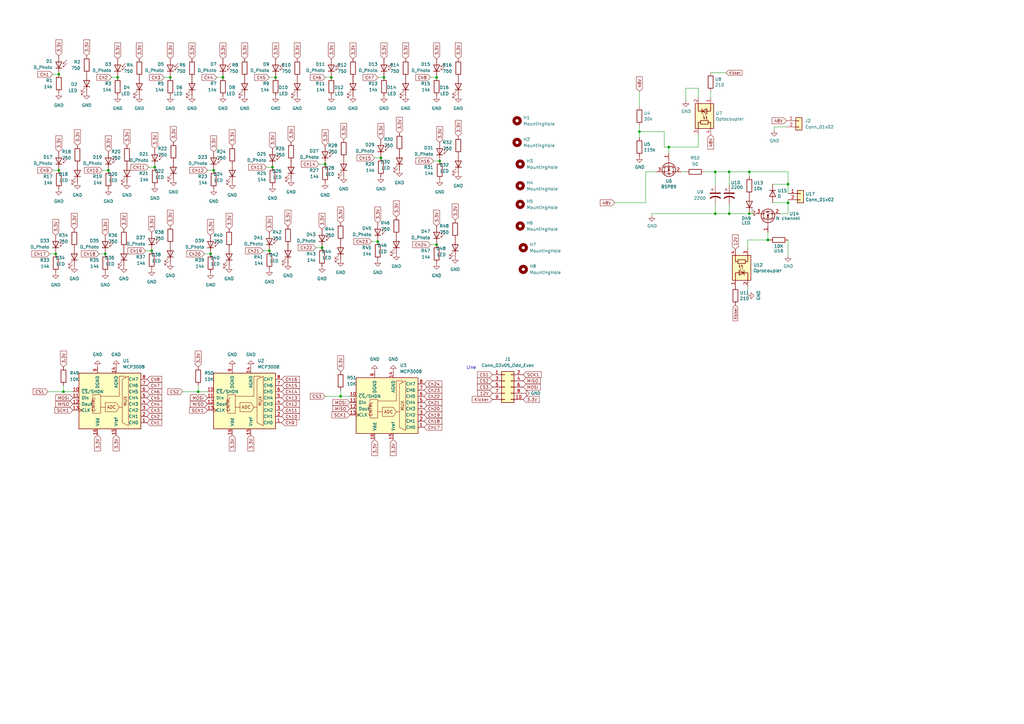
<source format=kicad_sch>
(kicad_sch (version 20231120) (generator "eeschema") (generator_version "8.0")
  (paper "A3")
  (junction (at 69.85 31.75))
  (junction (at 299.085 70.485))
  (junction (at 24.13 30.48))
  (junction (at 48.26 31.75))
  (junction (at 157.48 31.75))
  (junction (at 135.89 31.75))
  (junction (at 293.37 70.485))
  (junction (at 262.255 53.975))
  (junction (at 91.44 31.75))
  (junction (at 87.63 69.85))
  (junction (at 307.34 87.63))
  (junction (at 180.34 66.04))
  (junction (at 43.18 104.14))
  (junction (at 323.215 83.185))
  (junction (at 44.45 69.85))
  (junction (at 62.23 102.87))
  (junction (at 110.49 102.87))
  (junction (at 26.035 160.655))
  (junction (at 63.5 68.58))
  (junction (at 154.94 99.06))
  (junction (at 274.32 60.325))
  (junction (at 156.21 64.77))
  (junction (at 133.35 67.31))
  (junction (at 139.7 162.56))
  (junction (at 179.07 31.75))
  (junction (at 314.96 98.425))
  (junction (at 132.08 101.6))
  (junction (at 307.34 70.485))
  (junction (at 81.28 160.655))
  (junction (at 24.13 69.85))
  (junction (at 22.86 104.14))
  (junction (at 111.76 68.58))
  (junction (at 323.215 75.565))
  (junction (at 113.03 31.75))
  (junction (at 179.07 100.33))
  (junction (at 299.085 87.63))
  (junction (at 86.36 104.14))
  (junction (at 293.37 87.63))
  (wire (pts (xy 262.255 53.975) (xy 272.415 53.975)))
  (wire (pts (xy 133.35 67.31) (xy 130.81 67.31)))
  (wire (pts (xy 286.385 36.195) (xy 281.305 36.195)))
  (wire (pts (xy 87.63 69.85) (xy 85.09 69.85)))
  (wire (pts (xy 267.335 87.63) (xy 267.335 88.265)))
  (wire (pts (xy 323.215 70.485) (xy 323.215 75.565)))
  (wire (pts (xy 299.085 70.485) (xy 307.34 70.485)))
  (wire (pts (xy 86.36 104.14) (xy 83.82 104.14)))
  (wire (pts (xy 264.795 83.185) (xy 264.795 70.485)))
  (wire (pts (xy 69.85 31.75) (xy 67.31 31.75)))
  (wire (pts (xy 132.08 101.6) (xy 129.54 101.6)))
  (wire (pts (xy 272.415 60.325) (xy 274.32 60.325)))
  (wire (pts (xy 279.4 70.485) (xy 281.305 70.485)))
  (wire (pts (xy 299.085 70.485) (xy 293.37 70.485)))
  (wire (pts (xy 179.07 100.33) (xy 176.53 100.33)))
  (wire (pts (xy 323.215 87.63) (xy 320.04 87.63)))
  (wire (pts (xy 314.96 98.425) (xy 306.705 98.425)))
  (wire (pts (xy 135.89 31.75) (xy 133.35 31.75)))
  (wire (pts (xy 274.32 62.865) (xy 274.32 60.325)))
  (wire (pts (xy 133.35 162.56) (xy 139.7 162.56)))
  (wire (pts (xy 48.26 31.75) (xy 45.72 31.75)))
  (wire (pts (xy 286.385 40.005) (xy 286.385 36.195)))
  (wire (pts (xy 139.7 162.56) (xy 143.51 162.56)))
  (wire (pts (xy 113.03 31.75) (xy 110.49 31.75)))
  (wire (pts (xy 274.32 60.325) (xy 286.385 60.325)))
  (wire (pts (xy 139.7 160.02) (xy 139.7 162.56)))
  (wire (pts (xy 316.865 75.565) (xy 323.215 75.565)))
  (wire (pts (xy 22.86 104.14) (xy 20.32 104.14)))
  (wire (pts (xy 314.96 98.425) (xy 314.96 95.25)))
  (wire (pts (xy 157.48 31.75) (xy 154.94 31.75)))
  (wire (pts (xy 323.215 98.425) (xy 323.215 104.775)))
  (wire (pts (xy 317.5 52.07) (xy 317.5 53.34)))
  (wire (pts (xy 44.45 69.85) (xy 41.91 69.85)))
  (wire (pts (xy 288.925 70.485) (xy 293.37 70.485)))
  (wire (pts (xy 299.085 70.485) (xy 299.085 76.2)))
  (wire (pts (xy 262.255 37.465) (xy 262.255 43.815)))
  (wire (pts (xy 306.705 117.475) (xy 306.705 121.285)))
  (wire (pts (xy 24.13 30.48) (xy 21.59 30.48)))
  (wire (pts (xy 316.865 83.185) (xy 323.215 83.185)))
  (wire (pts (xy 322.58 52.07) (xy 317.5 52.07)))
  (wire (pts (xy 307.34 87.63) (xy 299.085 87.63)))
  (wire (pts (xy 24.13 69.85) (xy 21.59 69.85)))
  (wire (pts (xy 180.34 66.04) (xy 177.8 66.04)))
  (wire (pts (xy 74.93 160.655) (xy 81.28 160.655)))
  (wire (pts (xy 91.44 31.75) (xy 88.9 31.75)))
  (wire (pts (xy 281.305 36.195) (xy 281.305 41.275)))
  (wire (pts (xy 262.255 53.975) (xy 262.255 56.515)))
  (wire (pts (xy 307.34 70.485) (xy 323.215 70.485)))
  (wire (pts (xy 267.335 87.63) (xy 293.37 87.63)))
  (wire (pts (xy 262.255 51.435) (xy 262.255 53.975)))
  (wire (pts (xy 81.28 158.115) (xy 81.28 160.655)))
  (wire (pts (xy 26.035 160.655) (xy 29.845 160.655)))
  (wire (pts (xy 323.215 83.185) (xy 323.215 81.915)))
  (wire (pts (xy 272.415 53.975) (xy 272.415 60.325)))
  (wire (pts (xy 314.96 98.425) (xy 315.595 98.425)))
  (wire (pts (xy 19.685 160.655) (xy 26.035 160.655)))
  (wire (pts (xy 309.88 87.63) (xy 307.34 87.63)))
  (wire (pts (xy 323.215 75.565) (xy 323.215 79.375)))
  (wire (pts (xy 264.795 70.485) (xy 269.24 70.485)))
  (wire (pts (xy 110.49 102.87) (xy 107.95 102.87)))
  (wire (pts (xy 306.705 102.235) (xy 306.705 98.425)))
  (wire (pts (xy 286.385 60.325) (xy 286.385 55.245)))
  (wire (pts (xy 293.37 87.63) (xy 299.085 87.63)))
  (wire (pts (xy 252.095 83.185) (xy 264.795 83.185)))
  (wire (pts (xy 291.465 37.465) (xy 291.465 40.005)))
  (wire (pts (xy 293.37 83.82) (xy 293.37 87.63)))
  (wire (pts (xy 62.23 102.87) (xy 59.69 102.87)))
  (wire (pts (xy 323.215 87.63) (xy 323.215 83.185)))
  (wire (pts (xy 297.815 29.845) (xy 291.465 29.845)))
  (wire (pts (xy 156.21 64.77) (xy 153.67 64.77)))
  (wire (pts (xy 179.07 31.75) (xy 176.53 31.75)))
  (wire (pts (xy 81.28 160.655) (xy 85.09 160.655)))
  (wire (pts (xy 43.18 104.14) (xy 40.64 104.14)))
  (wire (pts (xy 111.76 68.58) (xy 109.22 68.58)))
  (wire (pts (xy 293.37 70.485) (xy 293.37 76.2)))
  (wire (pts (xy 63.5 68.58) (xy 60.96 68.58)))
  (wire (pts (xy 307.34 70.485) (xy 307.34 72.39)))
  (wire (pts (xy 299.085 87.63) (xy 299.085 83.82)))
  (wire (pts (xy 26.035 158.115) (xy 26.035 160.655)))
  (wire (pts (xy 154.94 99.06) (xy 152.4 99.06)))
  (text "Line" (at 191.262 151.638 0) (effects (font (size 1.27 1.27)) (justify left bottom)))
  (global_label "Ch20" (shape input) (at 173.99 167.64 0) (property "Intersheetrefs" "${INTERSHEET_REFS}" (effects (hide yes))))
  (global_label "CS1" (shape input) (at 19.685 160.655 180) (property "Intersheetrefs" "${INTERSHEET_REFS}" (effects (hide yes))))
  (global_label "3.3V" (shape input) (at 161.29 180.34 270) (property "Intersheetrefs" "${INTERSHEET_REFS}" (effects (hide yes))))
  (global_label "Ch15" (shape input) (at 153.67 64.77 180) (property "Intersheetrefs" "${INTERSHEET_REFS}" (effects (hide yes))))
  (global_label "Ch20" (shape input) (at 83.82 104.14 180) (property "Intersheetrefs" "${INTERSHEET_REFS}" (effects (hide yes))))
  (global_label "Ch13" (shape input) (at 115.57 163.195 0) (property "Intersheetrefs" "${INTERSHEET_REFS}" (effects (hide yes))))
  (global_label "Ch3" (shape input) (at 60.325 168.275 0) (property "Intersheetrefs" "${INTERSHEET_REFS}" (effects (hide yes))))
  (global_label "Ch24" (shape input) (at 173.99 157.48 0) (property "Intersheetrefs" "${INTERSHEET_REFS}" (effects (hide yes))))
  (global_label "3.3V" (shape input) (at 86.36 96.52 90) (property "Intersheetrefs" "${INTERSHEET_REFS}" (effects (hide yes))))
  (global_label "Ch18" (shape input) (at 173.99 172.72 0) (property "Intersheetrefs" "${INTERSHEET_REFS}" (effects (hide yes))))
  (global_label "Ch21" (shape input) (at 107.95 102.87 180) (property "Intersheetrefs" "${INTERSHEET_REFS}" (effects (hide yes))))
  (global_label "3.3V" (shape input) (at 22.86 96.52 90) (property "Intersheetrefs" "${INTERSHEET_REFS}" (effects (hide yes))))
  (global_label "Ch15" (shape input) (at 115.57 158.115 0) (property "Intersheetrefs" "${INTERSHEET_REFS}" (effects (hide yes))))
  (global_label "Ch10" (shape input) (at 115.57 170.815 0) (property "Intersheetrefs" "${INTERSHEET_REFS}" (effects (hide yes))))
  (global_label "3.3V" (shape input) (at 153.67 180.34 270) (property "Intersheetrefs" "${INTERSHEET_REFS}" (effects (hide yes))))
  (global_label "Ch4" (shape input) (at 60.325 165.735 0) (property "Intersheetrefs" "${INTERSHEET_REFS}" (effects (hide yes))))
  (global_label "3.3V" (shape input) (at 24.13 22.86 90) (property "Intersheetrefs" "${INTERSHEET_REFS}" (effects (hide yes))))
  (global_label "3.3V" (shape input) (at 24.13 62.23 90) (property "Intersheetrefs" "${INTERSHEET_REFS}" (effects (hide yes))))
  (global_label "3.3V" (shape input) (at 95.25 178.435 270) (property "Intersheetrefs" "${INTERSHEET_REFS}" (effects (hide yes))))
  (global_label "Kicker" (shape input) (at 297.815 29.845 0) (effects (font (size 1 1))) (property "Intersheetrefs" "${INTERSHEET_REFS}" (effects (hide yes))))
  (global_label "SCK1" (shape input) (at 85.09 168.275 180) (property "Intersheetrefs" "${INTERSHEET_REFS}" (effects (hide yes))))
  (global_label "3.3V" (shape input) (at 102.87 178.435 270) (property "Intersheetrefs" "${INTERSHEET_REFS}" (effects (hide yes))))
  (global_label "3.3V" (shape input) (at 35.56 22.86 90) (property "Intersheetrefs" "${INTERSHEET_REFS}" (effects (hide yes))))
  (global_label "3.3V" (shape input) (at 91.44 24.13 90) (property "Intersheetrefs" "${INTERSHEET_REFS}" (effects (hide yes))))
  (global_label "MISO" (shape input) (at 29.845 165.735 180) (property "Intersheetrefs" "${INTERSHEET_REFS}" (effects (hide yes))))
  (global_label "Ch11" (shape input) (at 115.57 168.275 0) (property "Intersheetrefs" "${INTERSHEET_REFS}" (effects (hide yes))))
  (global_label "3.3V" (shape input) (at 31.75 59.69 90) (property "Intersheetrefs" "${INTERSHEET_REFS}" (effects (hide yes))))
  (global_label "3.3V" (shape input) (at 52.07 59.69 90) (property "Intersheetrefs" "${INTERSHEET_REFS}" (effects (hide yes))))
  (global_label "3.3V" (shape input) (at 50.8 93.98 90) (property "Intersheetrefs" "${INTERSHEET_REFS}" (effects (hide yes))))
  (global_label "MOSI" (shape input) (at 143.51 165.1 180) (property "Intersheetrefs" "${INTERSHEET_REFS}" (effects (hide yes))))
  (global_label "48V" (shape input) (at 262.255 37.465 90) (property "Intersheetrefs" "${INTERSHEET_REFS}" (effects (hide yes))))
  (global_label "48V" (shape input) (at 252.095 83.185 180) (property "Intersheetrefs" "${INTERSHEET_REFS}" (effects (hide yes))))
  (global_label "3.3V" (shape input) (at 100.33 24.13 90) (property "Intersheetrefs" "${INTERSHEET_REFS}" (effects (hide yes))))
  (global_label "CS1" (shape input) (at 201.93 153.67 180) (property "Intersheetrefs" "${INTERSHEET_REFS}" (effects (hide yes))))
  (global_label "3.3V" (shape input) (at 30.48 93.98 90) (property "Intersheetrefs" "${INTERSHEET_REFS}" (effects (hide yes))))
  (global_label "3.3V" (shape input) (at 110.49 95.25 90) (property "Intersheetrefs" "${INTERSHEET_REFS}" (effects (hide yes))))
  (global_label "3.3V" (shape input) (at 111.76 60.96 90) (property "Intersheetrefs" "${INTERSHEET_REFS}" (effects (hide yes))))
  (global_label "3.3V" (shape input) (at 113.03 24.13 90) (property "Intersheetrefs" "${INTERSHEET_REFS}" (effects (hide yes))))
  (global_label "3.3V" (shape input) (at 162.56 88.9 90) (property "Intersheetrefs" "${INTERSHEET_REFS}" (effects (hide yes))))
  (global_label "Ch8" (shape input) (at 60.325 155.575 0) (property "Intersheetrefs" "${INTERSHEET_REFS}" (effects (hide yes))))
  (global_label "CS3" (shape input) (at 133.35 162.56 180) (property "Intersheetrefs" "${INTERSHEET_REFS}" (effects (hide yes))))
  (global_label "Ch7" (shape input) (at 154.94 31.75 180) (property "Intersheetrefs" "${INTERSHEET_REFS}" (effects (hide yes))))
  (global_label "Ch9" (shape input) (at 115.57 173.355 0) (property "Intersheetrefs" "${INTERSHEET_REFS}" (effects (hide yes))))
  (global_label "3.3V" (shape input) (at 132.08 93.98 90) (property "Intersheetrefs" "${INTERSHEET_REFS}" (effects (hide yes))))
  (global_label "Ch22" (shape input) (at 129.54 101.6 180) (property "Intersheetrefs" "${INTERSHEET_REFS}" (effects (hide yes))))
  (global_label "3.3V" (shape input) (at 166.37 24.13 90) (property "Intersheetrefs" "${INTERSHEET_REFS}" (effects (hide yes))))
  (global_label "3.3V" (shape input) (at 139.7 91.44 90) (property "Intersheetrefs" "${INTERSHEET_REFS}" (effects (hide yes))))
  (global_label "3.3V" (shape input) (at 87.63 62.23 90) (property "Intersheetrefs" "${INTERSHEET_REFS}" (effects (hide yes))))
  (global_label "3.3V" (shape input) (at 140.97 57.15 90) (property "Intersheetrefs" "${INTERSHEET_REFS}" (effects (hide yes))))
  (global_label "Ch2" (shape input) (at 60.325 170.815 0) (property "Intersheetrefs" "${INTERSHEET_REFS}" (effects (hide yes))))
  (global_label "3.3V" (shape input) (at 95.25 59.69 90) (property "Intersheetrefs" "${INTERSHEET_REFS}" (effects (hide yes))))
  (global_label "Ch13" (shape input) (at 109.22 68.58 180) (property "Intersheetrefs" "${INTERSHEET_REFS}" (effects (hide yes))))
  (global_label "3.3V" (shape input) (at 40.005 178.435 270) (property "Intersheetrefs" "${INTERSHEET_REFS}" (effects (hide yes))))
  (global_label "3.3V" (shape input) (at 156.21 57.15 90) (property "Intersheetrefs" "${INTERSHEET_REFS}" (effects (hide yes))))
  (global_label "3.3V" (shape input) (at 81.28 150.495 90) (property "Intersheetrefs" "${INTERSHEET_REFS}" (effects (hide yes))))
  (global_label "Ch9" (shape input) (at 21.59 69.85 180) (property "Intersheetrefs" "${INTERSHEET_REFS}" (effects (hide yes))))
  (global_label "Ch18" (shape input) (at 40.64 104.14 180) (property "Intersheetrefs" "${INTERSHEET_REFS}" (effects (hide yes))))
  (global_label "MISO" (shape input) (at 214.63 156.21 0) (property "Intersheetrefs" "${INTERSHEET_REFS}" (effects (hide yes))))
  (global_label "3.3V" (shape input) (at 144.78 24.13 90) (property "Intersheetrefs" "${INTERSHEET_REFS}" (effects (hide yes))))
  (global_label "CS2" (shape input) (at 74.93 160.655 180) (property "Intersheetrefs" "${INTERSHEET_REFS}" (effects (hide yes))))
  (global_label "Ch19" (shape input) (at 173.99 170.18 0) (property "Intersheetrefs" "${INTERSHEET_REFS}" (effects (hide yes))))
  (global_label "SCK1" (shape input) (at 214.63 153.67 0) (property "Intersheetrefs" "${INTERSHEET_REFS}" (effects (hide yes))))
  (global_label "3.3V" (shape input) (at 139.7 152.4 90) (property "Intersheetrefs" "${INTERSHEET_REFS}" (effects (hide yes))))
  (global_label "12V" (shape input) (at 201.93 161.29 180) (property "Intersheetrefs" "${INTERSHEET_REFS}" (effects (hide yes))))
  (global_label "3.3V" (shape input) (at 119.38 58.42 90) (property "Intersheetrefs" "${INTERSHEET_REFS}" (effects (hide yes))))
  (global_label "Kicker" (shape input) (at 301.625 125.095 270) (effects (font (size 1 1))) (property "Intersheetrefs" "${INTERSHEET_REFS}" (effects (hide yes))))
  (global_label "CS2" (shape input) (at 201.93 156.21 180) (property "Intersheetrefs" "${INTERSHEET_REFS}" (effects (hide yes))))
  (global_label "3.3V" (shape input) (at 135.89 24.13 90) (property "Intersheetrefs" "${INTERSHEET_REFS}" (effects (hide yes))))
  (global_label "3.3V" (shape input) (at 214.63 163.83 0) (property "Intersheetrefs" "${INTERSHEET_REFS}" (effects (hide yes))))
  (global_label "Ch23" (shape input) (at 152.4 99.06 180) (property "Intersheetrefs" "${INTERSHEET_REFS}" (effects (hide yes))))
  (global_label "Ch11" (shape input) (at 60.96 68.58 180) (property "Intersheetrefs" "${INTERSHEET_REFS}" (effects (hide yes))))
  (global_label "Ch7" (shape input) (at 60.325 158.115 0) (property "Intersheetrefs" "${INTERSHEET_REFS}" (effects (hide yes))))
  (global_label "Ch3" (shape input) (at 67.31 31.75 180) (property "Intersheetrefs" "${INTERSHEET_REFS}" (effects (hide yes))))
  (global_label "12V" (shape input) (at 301.625 102.235 90) (property "Intersheetrefs" "${INTERSHEET_REFS}" (effects (hide yes))))
  (global_label "Ch12" (shape input) (at 85.09 69.85 180) (property "Intersheetrefs" "${INTERSHEET_REFS}" (effects (hide yes))))
  (global_label "Ch6" (shape input) (at 133.35 31.75 180) (property "Intersheetrefs" "${INTERSHEET_REFS}" (effects (hide yes))))
  (global_label "Ch23" (shape input) (at 173.99 160.02 0) (property "Intersheetrefs" "${INTERSHEET_REFS}" (effects (hide yes))))
  (global_label "3.3V" (shape input) (at 57.15 24.13 90) (property "Intersheetrefs" "${INTERSHEET_REFS}" (effects (hide yes))))
  (global_label "3.3V" (shape input) (at 78.74 24.13 90) (property "Intersheetrefs" "${INTERSHEET_REFS}" (effects (hide yes))))
  (global_label "MISO" (shape input) (at 143.51 167.64 180) (property "Intersheetrefs" "${INTERSHEET_REFS}" (effects (hide yes))))
  (global_label "3.3V" (shape input) (at 133.35 59.69 90) (property "Intersheetrefs" "${INTERSHEET_REFS}" (effects (hide yes))))
  (global_label "3.3V" (shape input) (at 43.18 96.52 90) (property "Intersheetrefs" "${INTERSHEET_REFS}" (effects (hide yes))))
  (global_label "Ch5" (shape input) (at 60.325 163.195 0) (property "Intersheetrefs" "${INTERSHEET_REFS}" (effects (hide yes))))
  (global_label "Ch16" (shape input) (at 115.57 155.575 0) (property "Intersheetrefs" "${INTERSHEET_REFS}" (effects (hide yes))))
  (global_label "3.3V" (shape input) (at 93.98 93.98 90) (property "Intersheetrefs" "${INTERSHEET_REFS}" (effects (hide yes))))
  (global_label "Ch19" (shape input) (at 59.69 102.87 180) (property "Intersheetrefs" "${INTERSHEET_REFS}" (effects (hide yes))))
  (global_label "Ch21" (shape input) (at 173.99 165.1 0) (property "Intersheetrefs" "${INTERSHEET_REFS}" (effects (hide yes))))
  (global_label "3.3V" (shape input) (at 154.94 91.44 90) (property "Intersheetrefs" "${INTERSHEET_REFS}" (effects (hide yes))))
  (global_label "Ch5" (shape input) (at 110.49 31.75 180) (property "Intersheetrefs" "${INTERSHEET_REFS}" (effects (hide yes))))
  (global_label "3.3V" (shape input) (at 179.07 92.71 90) (property "Intersheetrefs" "${INTERSHEET_REFS}" (effects (hide yes))))
  (global_label "3.3V" (shape input) (at 26.035 150.495 90) (property "Intersheetrefs" "${INTERSHEET_REFS}" (effects (hide yes))))
  (global_label "MOSI" (shape input) (at 85.09 163.195 180) (property "Intersheetrefs" "${INTERSHEET_REFS}" (effects (hide yes))))
  (global_label "3.3V" (shape input) (at 121.92 24.13 90) (property "Intersheetrefs" "${INTERSHEET_REFS}" (effects (hide yes))))
  (global_label "MISO" (shape input) (at 85.09 165.735 180) (property "Intersheetrefs" "${INTERSHEET_REFS}" (effects (hide yes))))
  (global_label "Ch8" (shape input) (at 176.53 31.75 180) (property "Intersheetrefs" "${INTERSHEET_REFS}" (effects (hide yes))))
  (global_label "Ch2" (shape input) (at 45.72 31.75 180) (property "Intersheetrefs" "${INTERSHEET_REFS}" (effects (hide yes))))
  (global_label "Ch1" (shape input) (at 21.59 30.48 180) (property "Intersheetrefs" "${INTERSHEET_REFS}" (effects (hide yes))))
  (global_label "Ch14" (shape input) (at 130.81 67.31 180) (property "Intersheetrefs" "${INTERSHEET_REFS}" (effects (hide yes))))
  (global_label "3.3V" (shape input) (at 62.23 95.25 90) (property "Intersheetrefs" "${INTERSHEET_REFS}" (effects (hide yes))))
  (global_label "3.3V" (shape input) (at 118.11 92.71 90) (property "Intersheetrefs" "${INTERSHEET_REFS}" (effects (hide yes))))
  (global_label "MOSI" (shape input) (at 214.63 158.75 0) (property "Intersheetrefs" "${INTERSHEET_REFS}" (effects (hide yes))))
  (global_label "3.3V" (shape input) (at 71.12 58.42 90) (property "Intersheetrefs" "${INTERSHEET_REFS}" (effects (hide yes))))
  (global_label "Ch1" (shape input) (at 60.325 173.355 0) (property "Intersheetrefs" "${INTERSHEET_REFS}" (effects (hide yes))))
  (global_label "SCK1" (shape input) (at 29.845 168.275 180) (property "Intersheetrefs" "${INTERSHEET_REFS}" (effects (hide yes))))
  (global_label "Ch17" (shape input) (at 20.32 104.14 180) (property "Intersheetrefs" "${INTERSHEET_REFS}" (effects (hide yes))))
  (global_label "Ch22" (shape input) (at 173.99 162.56 0) (property "Intersheetrefs" "${INTERSHEET_REFS}" (effects (hide yes))))
  (global_label "48V" (shape input) (at 291.465 55.245 270) (property "Intersheetrefs" "${INTERSHEET_REFS}" (effects (hide yes))))
  (global_label "3.3V" (shape input) (at 186.69 90.17 90) (property "Intersheetrefs" "${INTERSHEET_REFS}" (effects (hide yes))))
  (global_label "3.3V" (shape input) (at 180.34 58.42 90) (property "Intersheetrefs" "${INTERSHEET_REFS}" (effects (hide yes))))
  (global_label "3.3V" (shape input) (at 157.48 24.13 90) (property "Intersheetrefs" "${INTERSHEET_REFS}" (effects (hide yes))))
  (global_label "Ch4" (shape input) (at 88.9 31.75 180) (property "Intersheetrefs" "${INTERSHEET_REFS}" (effects (hide yes))))
  (global_label "Ch14" (shape input) (at 115.57 160.655 0) (property "Intersheetrefs" "${INTERSHEET_REFS}" (effects (hide yes))))
  (global_label "3.3V" (shape input) (at 69.85 92.71 90) (property "Intersheetrefs" "${INTERSHEET_REFS}" (effects (hide yes))))
  (global_label "3.3V" (shape input) (at 69.85 24.13 90) (property "Intersheetrefs" "${INTERSHEET_REFS}" (effects (hide yes))))
  (global_label "3.3V" (shape input) (at 163.83 54.61 90) (property "Intersheetrefs" "${INTERSHEET_REFS}" (effects (hide yes))))
  (global_label "3.3V" (shape input) (at 63.5 60.96 90) (property "Intersheetrefs" "${INTERSHEET_REFS}" (effects (hide yes))))
  (global_label "3.3V" (shape input) (at 179.07 24.13 90) (property "Intersheetrefs" "${INTERSHEET_REFS}" (effects (hide yes))))
  (global_label "3.3V" (shape input) (at 44.45 62.23 90) (property "Intersheetrefs" "${INTERSHEET_REFS}" (effects (hide yes))))
  (global_label "Ch10" (shape input) (at 41.91 69.85 180) (property "Intersheetrefs" "${INTERSHEET_REFS}" (effects (hide yes))))
  (global_label "SCK1" (shape input) (at 143.51 170.18 180) (property "Intersheetrefs" "${INTERSHEET_REFS}" (effects (hide yes))))
  (global_label "Kicker" (shape input) (at 201.93 163.83 180) (property "Intersheetrefs" "${INTERSHEET_REFS}" (effects (hide yes))))
  (global_label "Ch6" (shape input) (at 60.325 160.655 0) (property "Intersheetrefs" "${INTERSHEET_REFS}" (effects (hide yes))))
  (global_label "MOSI" (shape input) (at 29.845 163.195 180) (property "Intersheetrefs" "${INTERSHEET_REFS}" (effects (hide yes))))
  (global_label "Ch16" (shape input) (at 177.8 66.04 180) (property "Intersheetrefs" "${INTERSHEET_REFS}" (effects (hide yes))))
  (global_label "3.3V" (shape input) (at 47.625 178.435 270) (property "Intersheetrefs" "${INTERSHEET_REFS}" (effects (hide yes))))
  (global_label "3.3V" (shape input) (at 48.26 24.13 90) (property "Intersheetrefs" "${INTERSHEET_REFS}" (effects (hide yes))))
  (global_label "Ch17" (shape input) (at 173.99 175.26 0) (property "Intersheetrefs" "${INTERSHEET_REFS}" (effects (hide yes))))
  (global_label "Ch12" (shape input) (at 115.57 165.735 0) (property "Intersheetrefs" "${INTERSHEET_REFS}" (effects (hide yes))))
  (global_label "3.3V" (shape input) (at 187.96 24.13 90) (property "Intersheetrefs" "${INTERSHEET_REFS}" (effects (hide yes))))
  (global_label "CS3" (shape input) (at 201.93 158.75 180) (property "Intersheetrefs" "${INTERSHEET_REFS}" (effects (hide yes))))
  (global_label "3.3V" (shape input) (at 187.96 55.88 90) (property "Intersheetrefs" "${INTERSHEET_REFS}" (effects (hide yes))))
  (global_label "Ch24" (shape input) (at 176.53 100.33 180) (property "Intersheetrefs" "${INTERSHEET_REFS}" (effects (hide yes))))
  (global_label "48V" (shape input) (at 322.58 49.53 180) (property "Intersheetrefs" "${INTERSHEET_REFS}" (effects (hide yes))))
  (symbol (lib_id "Mechanical:MountingHole") (at 212.09 49.53 0) (unit 1) (exclude_from_sim yes) (in_bom no)
    (property "Reference" "H1" (at 214.63 48.2599 0) (effects (justify left)))
    (property "Value" "MountingHole" (at 214.63 50.7999 0) (effects (justify left)))
    (property "Footprint" "MountingHole:MountingHole_3.2mm_M3_DIN965_Pad" (effects (hide yes)))
    (property "Description" "Mounting Hole without connection" (effects (hide yes)))
  )
  (symbol (lib_id "power:GND") (at 139.7 106.68 0) (mirror y) (unit 1)
    (property "Reference" "#PWR044" (effects (hide yes)))
    (property "Value" "GND" (at 139.7 111.76 0))
  )
  (symbol (lib_id "Device:D_Photo") (at 44.45 64.77 270) (mirror x) (unit 1)
    (property "Reference" "D19" (at 41.91 64.4524 90) (effects (justify right)))
    (property "Value" "D_Photo" (at 41.91 66.9924 90) (effects (justify right)))
    (property "Footprint" "Diode_SMD:D_0805_2012Metric_Pad1.15x1.40mm_HandSolder" (effects (hide yes)))
  )
  (symbol (lib_id "Device:R") (at 307.34 76.2 180) (unit 1)
    (property "Reference" "U13" (at 309.118 75.0316 0) (effects (justify right)))
    (property "Value" "10k" (at 309.118 77.343 0) (effects (justify right)))
    (property "Footprint" "Resistor_SMD:R_0805_2012Metric_Pad1.20x1.40mm_HandSolder" (effects (hide yes)))
  )
  (symbol (lib_id "Device:R") (at 93.98 97.79 0) (mirror y) (unit 1)
    (property "Reference" "R40" (at 91.44 96.5199 0) (effects (justify left)))
    (property "Value" "750" (at 91.44 99.0599 0) (effects (justify left)))
    (property "Footprint" "Resistor_SMD:R_0805_2012Metric_Pad1.20x1.40mm_HandSolder" (effects (hide yes)))
  )
  (symbol (lib_id "power:GND") (at 48.26 39.37 0) (mirror y) (unit 1)
    (property "Reference" "#PWR03" (effects (hide yes)))
    (property "Value" "GND" (at 48.26 44.45 0))
  )
  (symbol (lib_id "power:GND") (at 24.13 38.1 0) (mirror y) (unit 1)
    (property "Reference" "#PWR01" (effects (hide yes)))
    (property "Value" "GND" (at 24.13 43.18 0))
  )
  (symbol (lib_id "Device:LED") (at 140.97 68.58 270) (mirror x) (unit 1)
    (property "Reference" "D28" (at 137.16 68.8974 90) (effects (justify right)))
    (property "Value" "LED" (at 137.16 71.4374 90) (effects (justify right)))
    (property "Footprint" "LED_SMD:LED_0805_2012Metric_Pad1.15x1.40mm_HandSolder" (effects (hide yes)))
  )
  (symbol (lib_id "Device:LED") (at 118.11 104.14 270) (mirror x) (unit 1)
    (property "Reference" "D42" (at 114.3 104.4574 90) (effects (justify right)))
    (property "Value" "LED" (at 114.3 106.9974 90) (effects (justify right)))
    (property "Footprint" "LED_SMD:LED_0805_2012Metric_Pad1.15x1.40mm_HandSolder" (effects (hide yes)))
  )
  (symbol (lib_id "power:GND") (at 30.48 109.22 0) (mirror y) (unit 1)
    (property "Reference" "#PWR034" (effects (hide yes)))
    (property "Value" "GND" (at 30.48 114.3 0))
  )
  (symbol (lib_id "Device:R") (at 133.35 71.12 0) (mirror y) (unit 1)
    (property "Reference" "R27" (at 130.81 69.8499 0) (effects (justify left)))
    (property "Value" "14k" (at 130.81 72.3899 0) (effects (justify left)))
    (property "Footprint" "Resistor_SMD:R_0805_2012Metric_Pad1.20x1.40mm_HandSolder" (effects (hide yes)))
  )
  (symbol (lib_id "Device:R") (at 154.94 102.87 0) (mirror y) (unit 1)
    (property "Reference" "R45" (at 152.4 101.5999 0) (effects (justify left)))
    (property "Value" "14k" (at 152.4 104.1399 0) (effects (justify left)))
    (property "Footprint" "Resistor_SMD:R_0805_2012Metric_Pad1.20x1.40mm_HandSolder" (effects (hide yes)))
  )
  (symbol (lib_id "Device:D_Photo") (at 86.36 99.06 270) (mirror x) (unit 1)
    (property "Reference" "D39" (at 83.82 98.7424 90) (effects (justify right)))
    (property "Value" "D_Photo" (at 83.82 101.2824 90) (effects (justify right)))
    (property "Footprint" "Diode_SMD:D_0805_2012Metric_Pad1.15x1.40mm_HandSolder" (effects (hide yes)))
  )
  (symbol (lib_id "Device:R") (at 113.03 35.56 0) (mirror y) (unit 1)
    (property "Reference" "R9" (at 110.49 34.2899 0) (effects (justify left)))
    (property "Value" "14k" (at 110.49 36.8299 0) (effects (justify left)))
    (property "Footprint" "Resistor_SMD:R_0805_2012Metric_Pad1.20x1.40mm_HandSolder" (effects (hide yes)))
  )
  (symbol (lib_id "Device:R") (at 162.56 92.71 0) (mirror y) (unit 1)
    (property "Reference" "R46" (at 160.02 91.4399 0) (effects (justify left)))
    (property "Value" "750" (at 160.02 93.9799 0) (effects (justify left)))
    (property "Footprint" "Resistor_SMD:R_0805_2012Metric_Pad1.20x1.40mm_HandSolder" (effects (hide yes)))
  )
  (symbol (lib_id "Device:LED") (at 50.8 105.41 270) (mirror x) (unit 1)
    (property "Reference" "D36" (at 46.99 105.7274 90) (effects (justify right)))
    (property "Value" "LED" (at 46.99 108.2674 90) (effects (justify right)))
    (property "Footprint" "LED_SMD:LED_0805_2012Metric_Pad1.15x1.40mm_HandSolder" (effects (hide yes)))
  )
  (symbol (lib_id "Mechanical:MountingHole") (at 213.36 67.31 0) (unit 1) (exclude_from_sim yes) (in_bom no)
    (property "Reference" "H3" (at 215.9 66.0399 0) (effects (justify left)))
    (property "Value" "MountingHole" (at 215.9 68.5799 0) (effects (justify left)))
    (property "Footprint" "MountingHole:MountingHole_3.2mm_M3_DIN965_Pad" (effects (hide yes)))
    (property "Description" "Mounting Hole without connection" (effects (hide yes)))
  )
  (symbol (lib_id "Device:D_Photo") (at 133.35 62.23 270) (mirror x) (unit 1)
    (property "Reference" "D27" (at 130.81 61.9124 90) (effects (justify right)))
    (property "Value" "D_Photo" (at 130.81 64.4524 90) (effects (justify right)))
    (property "Footprint" "Diode_SMD:D_0805_2012Metric_Pad1.15x1.40mm_HandSolder" (effects (hide yes)))
  )
  (symbol (lib_id "Device:LED") (at 162.56 100.33 270) (mirror x) (unit 1)
    (property "Reference" "D46" (at 158.75 100.6474 90) (effects (justify right)))
    (property "Value" "LED" (at 158.75 103.1874 90) (effects (justify right)))
    (property "Footprint" "LED_SMD:LED_0805_2012Metric_Pad1.15x1.40mm_HandSolder" (effects (hide yes)))
  )
  (symbol (lib_id "power:GND") (at 157.48 39.37 0) (mirror y) (unit 1)
    (property "Reference" "#PWR013" (effects (hide yes)))
    (property "Value" "GND" (at 157.48 44.45 0))
  )
  (symbol (lib_id "Device:D_Photo") (at 110.49 97.79 270) (mirror x) (unit 1)
    (property "Reference" "D41" (at 107.95 97.4724 90) (effects (justify right)))
    (property "Value" "D_Photo" (at 107.95 100.0124 90) (effects (justify right)))
    (property "Footprint" "Diode_SMD:D_0805_2012Metric_Pad1.15x1.40mm_HandSolder" (effects (hide yes)))
  )
  (symbol (lib_id "Device:R") (at 86.36 107.95 0) (mirror y) (unit 1)
    (property "Reference" "R39" (at 83.82 106.6799 0) (effects (justify left)))
    (property "Value" "14k" (at 83.82 109.2199 0) (effects (justify left)))
    (property "Footprint" "Resistor_SMD:R_0805_2012Metric_Pad1.20x1.40mm_HandSolder" (effects (hide yes)))
  )
  (symbol (lib_id "power:GND") (at 156.21 72.39 0) (mirror y) (unit 1)
    (property "Reference" "#PWR029" (effects (hide yes)))
    (property "Value" "GND" (at 156.21 77.47 0))
  )
  (symbol (lib_id "power:GND") (at 180.34 73.66 0) (mirror y) (unit 1)
    (property "Reference" "#PWR031" (effects (hide yes)))
    (property "Value" "GND" (at 180.34 78.74 0))
  )
  (symbol (lib_id "power:GND") (at 95.25 74.93 0) (mirror y) (unit 1)
    (property "Reference" "#PWR024" (effects (hide yes)))
    (property "Value" "GND" (at 95.25 80.01 0))
  )
  (symbol (lib_id "Device:R") (at 78.74 27.94 0) (mirror y) (unit 1)
    (property "Reference" "R6" (at 76.2 26.6699 0) (effects (justify left)))
    (property "Value" "750" (at 76.2 29.2099 0) (effects (justify left)))
    (property "Footprint" "Resistor_SMD:R_0805_2012Metric_Pad1.20x1.40mm_HandSolder" (effects (hide yes)))
  )
  (symbol (lib_id "Device:D_Photo") (at 180.34 60.96 270) (mirror x) (unit 1)
    (property "Reference" "D31" (at 177.8 60.6424 90) (effects (justify right)))
    (property "Value" "D_Photo" (at 177.8 63.1824 90) (effects (justify right)))
    (property "Footprint" "Diode_SMD:D_0805_2012Metric_Pad1.15x1.40mm_HandSolder" (effects (hide yes)))
  )
  (symbol (lib_id "power:GND") (at 100.33 39.37 0) (mirror y) (unit 1)
    (property "Reference" "#PWR08" (effects (hide yes)))
    (property "Value" "GND" (at 100.33 44.45 0))
  )
  (symbol (lib_id "Device:R") (at 26.035 154.305 0) (unit 1)
    (property "Reference" "R49" (at 28.575 153.0349 0) (effects (justify left)))
    (property "Value" "10K" (at 28.575 155.5749 0) (effects (justify left)))
    (property "Footprint" "Resistor_SMD:R_0805_2012Metric_Pad1.20x1.40mm_HandSolder" (effects (hide yes)))
  )
  (symbol (lib_id "Device:R") (at 262.255 47.625 180) (unit 1)
    (property "Reference" "U4" (at 264.033 46.4566 0) (effects (justify right)))
    (property "Value" "30k" (at 264.033 48.768 0) (effects (justify right)))
    (property "Footprint" "Resistor_SMD:R_0805_2012Metric_Pad1.20x1.40mm_HandSolder" (effects (hide yes)))
  )
  (symbol (lib_id "power:GND") (at 95.25 150.495 180) (unit 1)
    (property "Reference" "#PWR051" (effects (hide yes)))
    (property "Value" "GND" (at 95.25 145.415 0))
  )
  (symbol (lib_id "Device:LED") (at 71.12 69.85 270) (mirror x) (unit 1)
    (property "Reference" "D22" (at 67.31 70.1674 90) (effects (justify right)))
    (property "Value" "LED" (at 67.31 72.7074 90) (effects (justify right)))
    (property "Footprint" "LED_SMD:LED_0805_2012Metric_Pad1.15x1.40mm_HandSolder" (effects (hide yes)))
  )
  (symbol (lib_id "power:GND") (at 24.13 77.47 0) (mirror y) (unit 1)
    (property "Reference" "#PWR017" (effects (hide yes)))
    (property "Value" "GND" (at 24.13 82.55 0))
  )
  (symbol (lib_id "Device:R") (at 81.28 154.305 0) (unit 1)
    (property "Reference" "R50" (at 83.82 153.0349 0) (effects (justify left)))
    (property "Value" "10K" (at 83.82 155.5749 0) (effects (justify left)))
    (property "Footprint" "Resistor_SMD:R_0805_2012Metric_Pad1.20x1.40mm_HandSolder" (effects (hide yes)))
  )
  (symbol (lib_id "Device:R") (at 62.23 106.68 0) (mirror y) (unit 1)
    (property "Reference" "R37" (at 59.69 105.4099 0) (effects (justify left)))
    (property "Value" "14k" (at 59.69 107.9499 0) (effects (justify left)))
    (property "Footprint" "Resistor_SMD:R_0805_2012Metric_Pad1.20x1.40mm_HandSolder" (effects (hide yes)))
  )
  (symbol (lib_id "Device:D_Photo") (at 156.21 59.69 270) (mirror x) (unit 1)
    (property "Reference" "D29" (at 153.67 59.3724 90) (effects (justify right)))
    (property "Value" "D_Photo" (at 153.67 61.9124 90) (effects (justify right)))
    (property "Footprint" "Diode_SMD:D_0805_2012Metric_Pad1.15x1.40mm_HandSolder" (effects (hide yes)))
  )
  (symbol (lib_id "Device:D_Photo") (at 24.13 64.77 270) (mirror x) (unit 1)
    (property "Reference" "D17" (at 21.59 64.4524 90) (effects (justify right)))
    (property "Value" "D_Photo" (at 21.59 66.9924 90) (effects (justify right)))
    (property "Footprint" "Diode_SMD:D_0805_2012Metric_Pad1.15x1.40mm_HandSolder" (effects (hide yes)))
  )
  (symbol (lib_id "Device:LED") (at 35.56 34.29 270) (mirror x) (unit 1)
    (property "Reference" "D2" (at 31.75 34.6074 90) (effects (justify right)))
    (property "Value" "LED" (at 31.75 37.1474 90) (effects (justify right)))
    (property "Footprint" "LED_SMD:LED_0805_2012Metric_Pad1.15x1.40mm_HandSolder" (effects (hide yes)))
  )
  (symbol (lib_id "power:GND") (at 71.12 73.66 0) (mirror y) (unit 1)
    (property "Reference" "#PWR022" (effects (hide yes)))
    (property "Value" "GND" (at 71.12 78.74 0))
  )
  (symbol (lib_id "Device:R") (at 63.5 72.39 0) (mirror y) (unit 1)
    (property "Reference" "R21" (at 60.96 71.1199 0) (effects (justify left)))
    (property "Value" "14k" (at 60.96 73.6599 0) (effects (justify left)))
    (property "Footprint" "Resistor_SMD:R_0805_2012Metric_Pad1.20x1.40mm_HandSolder" (effects (hide yes)))
  )
  (symbol (lib_id "power:GND") (at 69.85 107.95 0) (mirror y) (unit 1)
    (property "Reference" "#PWR038" (effects (hide yes)))
    (property "Value" "GND" (at 69.85 113.03 0))
  )
  (symbol (lib_id "Device:R") (at 30.48 97.79 0) (mirror y) (unit 1)
    (property "Reference" "R34" (at 27.94 96.5199 0) (effects (justify left)))
    (property "Value" "750" (at 27.94 99.0599 0) (effects (justify left)))
    (property "Footprint" "Resistor_SMD:R_0805_2012Metric_Pad1.20x1.40mm_HandSolder" (effects (hide yes)))
  )
  (symbol (lib_id "Device:R") (at 163.83 58.42 0) (mirror y) (unit 1)
    (property "Reference" "R30" (at 161.29 57.1499 0) (effects (justify left)))
    (property "Value" "750" (at 161.29 59.6899 0) (effects (justify left)))
    (property "Footprint" "Resistor_SMD:R_0805_2012Metric_Pad1.20x1.40mm_HandSolder" (effects (hide yes)))
  )
  (symbol (lib_id "power:GND") (at 57.15 39.37 0) (mirror y) (unit 1)
    (property "Reference" "#PWR04" (effects (hide yes)))
    (property "Value" "GND" (at 57.15 44.45 0))
  )
  (symbol (lib_id "Device:LED") (at 163.83 66.04 270) (mirror x) (unit 1)
    (property "Reference" "D30" (at 160.02 66.3574 90) (effects (justify right)))
    (property "Value" "LED" (at 160.02 68.8974 90) (effects (justify right)))
    (property "Footprint" "LED_SMD:LED_0805_2012Metric_Pad1.15x1.40mm_HandSolder" (effects (hide yes)))
  )
  (symbol (lib_id "Device:R") (at 179.07 104.14 0) (mirror y) (unit 1)
    (property "Reference" "R47" (at 176.53 102.8699 0) (effects (justify left)))
    (property "Value" "14k" (at 176.53 105.4099 0) (effects (justify left)))
    (property "Footprint" "Resistor_SMD:R_0805_2012Metric_Pad1.20x1.40mm_HandSolder" (effects (hide yes)))
  )
  (symbol (lib_id "Device:R") (at 43.18 107.95 0) (mirror y) (unit 1)
    (property "Reference" "R35" (at 40.64 106.6799 0) (effects (justify left)))
    (property "Value" "14k" (at 40.64 109.2199 0) (effects (justify left)))
    (property "Footprint" "Resistor_SMD:R_0805_2012Metric_Pad1.20x1.40mm_HandSolder" (effects (hide yes)))
  )
  (symbol (lib_id "Mechanical:MountingHole") (at 214.63 110.49 0) (unit 1) (exclude_from_sim yes) (in_bom no)
    (property "Reference" "H8" (at 217.17 109.2199 0) (effects (justify left)))
    (property "Value" "MountingHole" (at 217.17 111.7599 0) (effects (justify left)))
    (property "Footprint" "MountingHole:MountingHole_3.2mm_M3_DIN965_Pad" (effects (hide yes)))
    (property "Description" "Mounting Hole without connection" (effects (hide yes)))
  )
  (symbol (lib_id "Device:R") (at 110.49 106.68 0) (mirror y) (unit 1)
    (property "Reference" "R41" (at 107.95 105.4099 0) (effects (justify left)))
    (property "Value" "14k" (at 107.95 107.9499 0) (effects (justify left)))
    (property "Footprint" "Resistor_SMD:R_0805_2012Metric_Pad1.20x1.40mm_HandSolder" (effects (hide yes)))
  )
  (symbol (lib_id "power:GND") (at 62.23 110.49 0) (mirror y) (unit 1)
    (property "Reference" "#PWR037" (effects (hide yes)))
    (property "Value" "GND" (at 62.23 115.57 0))
  )
  (symbol (lib_id "power:GND") (at 113.03 39.37 0) (mirror y) (unit 1)
    (property "Reference" "#PWR09" (effects (hide yes)))
    (property "Value" "GND" (at 113.03 44.45 0))
  )
  (symbol (lib_id "Device:D_Photo") (at 63.5 63.5 270) (mirror x) (unit 1)
    (property "Reference" "D21" (at 60.96 63.1824 90) (effects (justify right)))
    (property "Value" "D_Photo" (at 60.96 65.7224 90) (effects (justify right)))
    (property "Footprint" "Diode_SMD:D_0805_2012Metric_Pad1.15x1.40mm_HandSolder" (effects (hide yes)))
  )
  (symbol (lib_id "Mechanical:MountingHole") (at 213.36 83.82 0) (unit 1) (exclude_from_sim yes) (in_bom no)
    (property "Reference" "H5" (at 215.9 82.5499 0) (effects (justify left)))
    (property "Value" "MountingHole" (at 215.9 85.0899 0) (effects (justify left)))
    (property "Footprint" "MountingHole:MountingHole_3.2mm_M3_DIN965_Pad" (effects (hide yes)))
    (property "Description" "Mounting Hole without connection" (effects (hide yes)))
  )
  (symbol (lib_id "Device:LED") (at 121.92 35.56 270) (mirror x) (unit 1)
    (property "Reference" "D10" (at 118.11 35.8774 90) (effects (justify right)))
    (property "Value" "LED" (at 118.11 38.4174 90) (effects (justify right)))
    (property "Footprint" "LED_SMD:LED_0805_2012Metric_Pad1.15x1.40mm_HandSolder" (effects (hide yes)))
  )
  (symbol (lib_id "Device:R") (at 71.12 62.23 0) (mirror y) (unit 1)
    (property "Reference" "R22" (at 68.58 60.9599 0) (effects (justify left)))
    (property "Value" "750" (at 68.58 63.4999 0) (effects (justify left)))
    (property "Footprint" "Resistor_SMD:R_0805_2012Metric_Pad1.20x1.40mm_HandSolder" (effects (hide yes)))
  )
  (symbol (lib_id "Device:LED") (at 52.07 71.12 270) (mirror x) (unit 1)
    (property "Reference" "D20" (at 48.26 71.4374 90) (effects (justify right)))
    (property "Value" "LED" (at 48.26 73.9774 90) (effects (justify right)))
    (property "Footprint" "LED_SMD:LED_0805_2012Metric_Pad1.15x1.40mm_HandSolder" (effects (hide yes)))
  )
  (symbol (lib_id "power:GND") (at 40.005 150.495 180) (unit 1)
    (property "Reference" "#PWR049" (effects (hide yes)))
    (property "Value" "GND" (at 40.005 145.415 0))
  )
  (symbol (lib_id "Device:R") (at 139.7 95.25 0) (mirror y) (unit 1)
    (property "Reference" "R44" (at 137.16 93.9799 0) (effects (justify left)))
    (property "Value" "750" (at 137.16 96.5199 0) (effects (justify left)))
    (property "Footprint" "Resistor_SMD:R_0805_2012Metric_Pad1.20x1.40mm_HandSolder" (effects (hide yes)))
  )
  (symbol (lib_id "Mechanical:MountingHole") (at 214.63 101.6 0) (unit 1) (exclude_from_sim yes) (in_bom no)
    (property "Reference" "H7" (at 217.17 100.3299 0) (effects (justify left)))
    (property "Value" "MountingHole" (at 217.17 102.8699 0) (effects (justify left)))
    (property "Footprint" "MountingHole:MountingHole_3.2mm_M3_DIN965_Pad" (effects (hide yes)))
    (property "Description" "Mounting Hole without connection" (effects (hide yes)))
  )
  (symbol (lib_id "power:GND") (at 78.74 39.37 0) (mirror y) (unit 1)
    (property "Reference" "#PWR06" (effects (hide yes)))
    (property "Value" "GND" (at 78.74 44.45 0))
  )
  (symbol (lib_id "Device:LED") (at 78.74 35.56 270) (mirror x) (unit 1)
    (property "Reference" "D6" (at 74.93 35.8774 90) (effects (justify right)))
    (property "Value" "LED" (at 74.93 38.4174 90) (effects (justify right)))
    (property "Footprint" "LED_SMD:LED_0805_2012Metric_Pad1.15x1.40mm_HandSolder" (effects (hide yes)))
  )
  (symbol (lib_id "power:GND") (at 93.98 109.22 0) (mirror y) (unit 1)
    (property "Reference" "#PWR040" (effects (hide yes)))
    (property "Value" "GND" (at 93.98 114.3 0))
  )
  (symbol (lib_id "Device:D_Photo") (at 157.48 26.67 270) (mirror x) (unit 1)
    (property "Reference" "D13" (at 154.94 26.3524 90) (effects (justify right)))
    (property "Value" "D_Photo" (at 154.94 28.8924 90) (effects (justify right)))
    (property "Footprint" "Diode_SMD:D_0805_2012Metric_Pad1.15x1.40mm_HandSolder" (effects (hide yes)))
  )
  (symbol (lib_id "Device:LED") (at 95.25 71.12 270) (mirror x) (unit 1)
    (property "Reference" "D24" (at 91.44 71.4374 90) (effects (justify right)))
    (property "Value" "LED" (at 91.44 73.9774 90) (effects (justify right)))
    (property "Footprint" "LED_SMD:LED_0805_2012Metric_Pad1.15x1.40mm_HandSolder" (effects (hide yes)))
  )
  (symbol (lib_id "Mechanical:MountingHole") (at 213.36 76.2 0) (unit 1) (exclude_from_sim yes) (in_bom no)
    (property "Reference" "H4" (at 215.9 74.9299 0) (effects (justify left)))
    (property "Value" "MountingHole" (at 215.9 77.4699 0) (effects (justify left)))
    (property "Footprint" "MountingHole:MountingHole_3.2mm_M3_DIN965_Pad" (effects (hide yes)))
    (property "Description" "Mounting Hole without connection" (effects (hide yes)))
  )
  (symbol (lib_id "Device:D_Photo") (at 179.07 95.25 270) (mirror x) (unit 1)
    (property "Reference" "D47" (at 176.53 94.9324 90) (effects (justify right)))
    (property "Value" "D_Photo" (at 176.53 97.4724 90) (effects (justify right)))
    (property "Footprint" "Diode_SMD:D_0805_2012Metric_Pad1.15x1.40mm_HandSolder" (effects (hide yes)))
  )
  (symbol (lib_id "Device:D_Photo") (at 179.07 26.67 270) (mirror x) (unit 1)
    (property "Reference" "D15" (at 176.53 26.3524 90) (effects (justify right)))
    (property "Value" "D_Photo" (at 176.53 28.8924 90) (effects (justify right)))
    (property "Footprint" "Diode_SMD:D_0805_2012Metric_Pad1.15x1.40mm_HandSolder" (effects (hide yes)))
  )
  (symbol (lib_id "Device:LED") (at 166.37 35.56 270) (mirror x) (unit 1)
    (property "Reference" "D14" (at 162.56 35.8774 90) (effects (justify right)))
    (property "Value" "LED" (at 162.56 38.4174 90) (effects (justify right)))
    (property "Footprint" "LED_SMD:LED_0805_2012Metric_Pad1.15x1.40mm_HandSolder" (effects (hide yes)))
  )
  (symbol (lib_id "Device:D_Photo") (at 87.63 64.77 270) (mirror x) (unit 1)
    (property "Reference" "D23" (at 85.09 64.4524 90) (effects (justify right)))
    (property "Value" "D_Photo" (at 85.09 66.9924 90) (effects (justify right)))
    (property "Footprint" "Diode_SMD:D_0805_2012Metric_Pad1.15x1.40mm_HandSolder" (effects (hide yes)))
  )
  (symbol (lib_id "Device:R") (at 44.45 73.66 0) (mirror y) (unit 1)
    (property "Reference" "R19" (at 41.91 72.3899 0) (effects (justify left)))
    (property "Value" "14k" (at 41.91 74.9299 0) (effects (justify left)))
    (property "Footprint" "Resistor_SMD:R_0805_2012Metric_Pad1.20x1.40mm_HandSolder" (effects (hide yes)))
  )
  (symbol (lib_id "power:GND") (at 317.5 53.34 0) (unit 1)
    (property "Reference" "#PWR062" (effects (hide yes)))
    (property "Value" "GND" (at 317.627 57.7342 0))
  )
  (symbol (lib_id "Transistor_FET:2N7002K") (at 314.96 90.17 90) (unit 1)
    (property "Reference" "U14" (at 325.755 87.63 90))
    (property "Value" "N channel" (at 323.215 89.535 90))
    (property "Footprint" "Package_TO_SOT_THT:TO-220-3_Vertical" (effects (hide yes)))
    (property "Datasheet" "https://www.diodes.com/assets/Datasheets/ds30896.pdf" (effects (hide yes)))
  )
  (symbol (lib_id "power:GND") (at 119.38 73.66 0) (mirror y) (unit 1)
    (property "Reference" "#PWR026" (effects (hide yes)))
    (property "Value" "GND" (at 119.38 78.74 0))
  )
  (symbol (lib_id "Device:R") (at 24.13 73.66 0) (mirror y) (unit 1)
    (property "Reference" "R17" (at 21.59 72.3899 0) (effects (justify left)))
    (property "Value" "14k" (at 21.59 74.9299 0) (effects (justify left)))
    (property "Footprint" "Resistor_SMD:R_0805_2012Metric_Pad1.20x1.40mm_HandSolder" (effects (hide yes)))
  )
  (symbol (lib_id "Device:R") (at 118.11 96.52 0) (mirror y) (unit 1)
    (property "Reference" "R42" (at 115.57 95.2499 0) (effects (justify left)))
    (property "Value" "750" (at 115.57 97.7899 0) (effects (justify left)))
    (property "Footprint" "Resistor_SMD:R_0805_2012Metric_Pad1.20x1.40mm_HandSolder" (effects (hide yes)))
  )
  (symbol (lib_id "Device:R") (at 31.75 63.5 0) (mirror y) (unit 1)
    (property "Reference" "R18" (at 29.21 62.2299 0) (effects (justify left)))
    (property "Value" "750" (at 29.21 64.7699 0) (effects (justify left)))
    (property "Footprint" "Resistor_SMD:R_0805_2012Metric_Pad1.20x1.40mm_HandSolder" (effects (hide yes)))
  )
  (symbol (lib_id "Device:LED") (at 186.69 101.6 270) (mirror x) (unit 1)
    (property "Reference" "D48" (at 182.88 101.9174 90) (effects (justify right)))
    (property "Value" "LED" (at 182.88 104.4574 90) (effects (justify right)))
    (property "Footprint" "LED_SMD:LED_0805_2012Metric_Pad1.15x1.40mm_HandSolder" (effects (hide yes)))
  )
  (symbol (lib_id "Analog_ADC:MCP3008") (at 100.33 165.735 180) (unit 1)
    (property "Reference" "U2" (at 105.6387 147.955 0) (effects (justify right)))
    (property "Value" "MCP3008" (at 105.6387 150.495 0) (effects (justify right)))
    (property "Footprint" "MCP3008:SOIC16-N_MC_MCH-L" (effects (hide yes)))
    (property "Datasheet" "http://ww1.microchip.com/downloads/en/DeviceDoc/21295d.pdf" (effects (hide yes)))
  )
  (symbol (lib_id "Device:R") (at 135.89 35.56 0) (mirror y) (unit 1)
    (property "Reference" "R11" (at 133.35 34.2899 0) (effects (justify left)))
    (property "Value" "14k" (at 133.35 36.8299 0) (effects (justify left)))
    (property "Footprint" "Resistor_SMD:R_0805_2012Metric_Pad1.20x1.40mm_HandSolder" (effects (hide yes)))
  )
  (symbol (lib_id "power:GND") (at 69.85 39.37 0) (mirror y) (unit 1)
    (property "Reference" "#PWR05" (effects (hide yes)))
    (property "Value" "GND" (at 69.85 44.45 0))
  )
  (symbol (lib_id "power:GND") (at 306.705 121.285 90) (unit 1)
    (property "Reference" "#PWR060" (effects (hide yes)))
    (property "Value" "GND" (at 311.0992 121.158 0))
  )
  (symbol (lib_id "Connector_Generic:Conn_02x05_Odd_Even") (at 207.01 158.75 0) (unit 1)
    (property "Reference" "J1" (at 208.28 147.32 0))
    (property "Value" "Conn_02x05_Odd_Even" (at 208.28 149.86 0))
    (property "Footprint" "Connector_IDC:IDC-Header_2x05_P2.54mm_Vertical" (effects (hide yes)))
    (property "Description" "Generic connector, double row, 02x05, odd/even pin numbering scheme (row 1 odd numbers, row 2 even numbers), script generated (kicad-library-utils/schlib/autogen/connector/)" (effects (hide yes)))
  )
  (symbol (lib_id "Analog_ADC:MCP3008") (at 158.75 167.64 180) (unit 1)
    (property "Reference" "U3" (at 164.0587 149.86 0) (effects (justify right)))
    (property "Value" "MCP3008" (at 164.0587 152.4 0) (effects (justify right)))
    (property "Footprint" "MCP3008:SOIC16-N_MC_MCH-L" (effects (hide yes)))
    (property "Datasheet" "http://ww1.microchip.com/downloads/en/DeviceDoc/21295d.pdf" (effects (hide yes)))
  )
  (symbol (lib_id "power:GND") (at 132.08 109.22 0) (mirror y) (unit 1)
    (property "Reference" "#PWR043" (effects (hide yes)))
    (property "Value" "GND" (at 132.08 114.3 0))
  )
  (symbol (lib_id "power:GND") (at 47.625 150.495 180) (unit 1)
    (property "Reference" "#PWR050" (effects (hide yes)))
    (property "Value" "GND" (at 47.625 145.415 0))
  )
  (symbol (lib_id "Device:R") (at 319.405 98.425 270) (unit 1)
    (property "Reference" "U16" (at 319.405 102.87 90))
    (property "Value" "10K" (at 319.405 100.965 90))
    (property "Footprint" "Resistor_SMD:R_0805_2012Metric_Pad1.20x1.40mm_HandSolder" (effects (hide yes)))
  )
  (symbol (lib_id "Device:R") (at 52.07 63.5 0) (mirror y) (unit 1)
    (property "Reference" "R20" (at 49.53 62.2299 0) (effects (justify left)))
    (property "Value" "750" (at 49.53 64.7699 0) (effects (justify left)))
    (property "Footprint" "Resistor_SMD:R_0805_2012Metric_Pad1.20x1.40mm_HandSolder" (effects (hide yes)))
  )
  (symbol (lib_id "power:GND") (at 179.07 39.37 0) (mirror y) (unit 1)
    (property "Reference" "#PWR015" (effects (hide yes)))
    (property "Value" "GND" (at 179.07 44.45 0))
  )
  (symbol (lib_id "power:GND") (at 144.78 39.37 0) (mirror y) (unit 1)
    (property "Reference" "#PWR012" (effects (hide yes)))
    (property "Value" "GND" (at 144.78 44.45 0))
  )
  (symbol (lib_id "Device:LED") (at 187.96 35.56 270) (mirror x) (unit 1)
    (property "Reference" "D16" (at 184.15 35.8774 90) (effects (justify right)))
    (property "Value" "LED" (at 184.15 38.4174 90) (effects (justify right)))
    (property "Footprint" "LED_SMD:LED_0805_2012Metric_Pad1.15x1.40mm_HandSolder" (effects (hide yes)))
  )
  (symbol (lib_id "Device:LED") (at 69.85 104.14 270) (mirror x) (unit 1)
    (property "Reference" "D38" (at 66.04 104.4574 90) (effects (justify right)))
    (property "Value" "LED" (at 66.04 106.9974 90) (effects (justify right)))
    (property "Footprint" "LED_SMD:LED_0805_2012Metric_Pad1.15x1.40mm_HandSolder" (effects (hide yes)))
  )
  (symbol (lib_id "power:GND") (at 111.76 76.2 0) (mirror y) (unit 1)
    (property "Reference" "#PWR025" (effects (hide yes)))
    (property "Value" "GND" (at 111.76 81.28 0))
  )
  (symbol (lib_id "power:GND") (at 281.305 41.275 0) (unit 1)
    (property "Reference" "#PWR058" (effects (hide yes)))
    (property "Value" "GND" (at 281.432 45.6692 0))
  )
  (symbol (lib_id "power:GND") (at 35.56 38.1 0) (mirror y) (unit 1)
    (property "Reference" "#PWR02" (effects (hide yes)))
    (property "Value" "GND" (at 35.56 43.18 0))
  )
  (symbol (lib_id "power:GND") (at 153.67 152.4 180) (unit 1)
    (property "Reference" "#PWR053" (effects (hide yes)))
    (property "Value" "GND" (at 153.67 147.32 0))
  )
  (symbol (lib_id "power:GND") (at 187.96 39.37 0) (mirror y) (unit 1)
    (property "Reference" "#PWR016" (effects (hide yes)))
    (property "Value" "GND" (at 187.96 44.45 0))
  )
  (symbol (lib_id "Device:R") (at 121.92 27.94 0) (mirror y) (unit 1)
    (property "Reference" "R10" (at 119.38 26.6699 0) (effects (justify left)))
    (property "Value" "750" (at 119.38 29.2099 0) (effects (justify left)))
    (property "Footprint" "Resistor_SMD:R_0805_2012Metric_Pad1.20x1.40mm_HandSolder" (effects (hide yes)))
  )
  (symbol (lib_id "Device:R") (at 91.44 35.56 0) (mirror y) (unit 1)
    (property "Reference" "R7" (at 88.9 34.2899 0) (effects (justify left)))
    (property "Value" "14k" (at 88.9 36.8299 0) (effects (justify left)))
    (property "Footprint" "Resistor_SMD:R_0805_2012Metric_Pad1.20x1.40mm_HandSolder" (effects (hide yes)))
  )
  (symbol (lib_id "power:GND") (at 118.11 107.95 0) (mirror y) (unit 1)
    (property "Reference" "#PWR042" (effects (hide yes)))
    (property "Value" "GND" (at 118.11 113.03 0))
  )
  (symbol (lib_id "Device:D_Photo") (at 111.76 63.5 270) (mirror x) (unit 1)
    (property "Reference" "D25" (at 109.22 63.1824 90) (effects (justify right)))
    (property "Value" "D_Photo" (at 109.22 65.7224 90) (effects (justify right)))
    (property "Footprint" "Diode_SMD:D_0805_2012Metric_Pad1.15x1.40mm_HandSolder" (effects (hide yes)))
  )
  (symbol (lib_id "Device:R") (at 69.85 96.52 0) (mirror y) (unit 1)
    (property "Reference" "R38" (at 67.31 95.2499 0) (effects (justify left)))
    (property "Value" "750" (at 67.31 97.7899 0) (effects (justify left)))
    (property "Footprint" "Resistor_SMD:R_0805_2012Metric_Pad1.20x1.40mm_HandSolder" (effects (hide yes)))
  )
  (symbol (lib_id "Device:LED") (at 100.33 35.56 270) (mirror x) (unit 1)
    (property "Reference" "D8" (at 96.52 35.8774 90) (effects (justify right)))
    (property "Value" "LED" (at 96.52 38.4174 90) (effects (justify right)))
    (property "Footprint" "LED_SMD:LED_0805_2012Metric_Pad1.15x1.40mm_HandSolder" (effects (hide yes)))
  )
  (symbol (lib_id "Device:R") (at 48.26 35.56 0) (mirror y) (unit 1)
    (property "Reference" "R3" (at 45.72 34.2899 0) (effects (justify left)))
    (property "Value" "14k" (at 45.72 36.8299 0) (effects (justify left)))
    (property "Footprint" "Resistor_SMD:R_0805_2012Metric_Pad1.20x1.40mm_HandSolder" (effects (hide yes)))
  )
  (symbol (lib_id "power:GND") (at 179.07 107.95 0) (mirror y) (unit 1)
    (property "Reference" "#PWR047" (effects (hide yes)))
    (property "Value" "GND" (at 179.07 113.03 0))
  )
  (symbol (lib_id "Device:R") (at 100.33 27.94 0) (mirror y) (unit 1)
    (property "Reference" "R8" (at 97.79 26.6699 0) (effects (justify left)))
    (property "Value" "750" (at 97.79 29.2099 0) (effects (justify left)))
    (property "Footprint" "Resistor_SMD:R_0805_2012Metric_Pad1.20x1.40mm_HandSolder" (effects (hide yes)))
  )
  (symbol (lib_id "Isolator:NSL-32") (at 304.165 109.855 90) (unit 1)
    (property "Reference" "U12" (at 308.9402 108.6866 90) (effects (justify right)))
    (property "Value" "Oprocoupler" (at 308.9402 110.998 90) (effects (justify right)))
    (property "Footprint" "Package_DIP:DIP-4_W7.62mm" (effects (hide yes)))
    (property "Datasheet" "http://lunainc.com/wp-content/uploads/2016/06/NSL-32.pdf" (effects (hide yes)))
  )
  (symbol (lib_id "power:GND") (at 262.255 64.135 0) (unit 1)
    (property "Reference" "#PWR056" (effects (hide yes)))
    (property "Value" "GND" (at 262.382 68.5292 0))
  )
  (symbol (lib_id "Device:R") (at 301.625 121.285 180) (unit 1)
    (property "Reference" "U11" (at 303.403 120.1166 0) (effects (justify right)))
    (property "Value" "210" (at 303.403 122.428 0) (effects (justify right)))
    (property "Footprint" "Resistor_SMD:R_0805_2012Metric_Pad1.20x1.40mm_HandSolder" (effects (hide yes)))
  )
  (symbol (lib_id "Transistor_FET:BSP89") (at 274.32 67.945 270) (unit 1)
    (property "Reference" "U6" (at 274.32 74.2696 90))
    (property "Value" "BSP89" (at 274.32 76.581 90))
    (property "Footprint" "Package_TO_SOT_THT:TO-220-3_Vertical" (effects (hide yes)))
    (property "Datasheet" "https://www.infineon.com/dgdl/Infineon-BSP89-DS-v02_02-en.pdf?fileId=db3a30433b47825b013b4b8a07f90d55" (effects (hide yes)))
  )
  (symbol (lib_id "Analog_ADC:MCP3008") (at 45.085 165.735 180) (unit 1)
    (property "Reference" "U1" (at 50.3937 147.955 0) (effects (justify right)))
    (property "Value" "MCP3008" (at 50.3937 150.495 0) (effects (justify right)))
    (property "Footprint" "MCP3008:SOIC16-N_MC_MCH-L" (effects (hide yes)))
    (property "Datasheet" "http://ww1.microchip.com/downloads/en/DeviceDoc/21295d.pdf" (effects (hide yes)))
  )
  (symbol (lib_id "Device:D_Photo") (at 62.23 97.79 270) (mirror x) (unit 1)
    (property "Reference" "D37" (at 59.69 97.4724 90) (effects (justify right)))
    (property "Value" "D_Photo" (at 59.69 100.0124 90) (effects (justify right)))
    (property "Footprint" "Diode_SMD:D_0805_2012Metric_Pad1.15x1.40mm_HandSolder" (effects (hide yes)))
  )
  (symbol (lib_id "power:GND") (at 31.75 74.93 0) (mirror y) (unit 1)
    (property "Reference" "#PWR018" (effects (hide yes)))
    (property "Value" "GND" (at 31.75 80.01 0))
  )
  (symbol (lib_id "power:GND") (at 133.35 74.93 0) (mirror y) (unit 1)
    (property "Reference" "#PWR027" (effects (hide yes)))
    (property "Value" "GND" (at 133.35 80.01 0))
  )
  (symbol (lib_id "power:GND") (at 91.44 39.37 0) (mirror y) (unit 1)
    (property "Reference" "#PWR07" (effects (hide yes)))
    (property "Value" "GND" (at 91.44 44.45 0))
  )
  (symbol (lib_id "Device:R") (at 139.7 156.21 0) (unit 1)
    (property "Reference" "R51" (at 142.24 154.9399 0) (effects (justify left)))
    (property "Value" "10K" (at 142.24 157.4799 0) (effects (justify left)))
    (property "Footprint" "Resistor_SMD:R_0805_2012Metric_Pad1.20x1.40mm_HandSolder" (effects (hide yes)))
  )
  (symbol (lib_id "power:GND") (at 43.18 111.76 0) (mirror y) (unit 1)
    (property "Reference" "#PWR035" (effects (hide yes)))
    (property "Value" "GND" (at 43.18 116.84 0))
  )
  (symbol (lib_id "Device:LED") (at 119.38 69.85 270) (mirror x) (unit 1)
    (property "Reference" "D26" (at 115.57 70.1674 90) (effects (justify right)))
    (property "Value" "LED" (at 115.57 72.7074 90) (effects (justify right)))
    (property "Footprint" "LED_SMD:LED_0805_2012Metric_Pad1.15x1.40mm_HandSolder" (effects (hide yes)))
  )
  (symbol (lib_id "Device:LED") (at 307.34 83.82 90) (unit 1)
    (property "Reference" "D49" (at 304.165 89.535 90) (effects (justify right)))
    (property "Value" "LED" (at 304.165 91.44 90) (effects (justify right)))
    (property "Footprint" "LED_SMD:LED_0805_2012Metric_Pad1.15x1.40mm_HandSolder" (effects (hide yes)))
  )
  (symbol (lib_id "Device:R") (at 187.96 59.69 0) (mirror y) (unit 1)
    (property "Reference" "R32" (at 185.42 58.4199 0) (effects (justify left)))
    (property "Value" "750" (at 185.42 60.9599 0) (effects (justify left)))
    (property "Footprint" "Resistor_SMD:R_0805_2012Metric_Pad1.20x1.40mm_HandSolder" (effects (hide yes)))
  )
  (symbol (lib_id "Device:R") (at 50.8 97.79 0) (mirror y) (unit 1)
    (property "Reference" "R36" (at 48.26 96.5199 0) (effects (justify left)))
    (property "Value" "750" (at 48.26 99.0599 0) (effects (justify left)))
    (property "Footprint" "Resistor_SMD:R_0805_2012Metric_Pad1.20x1.40mm_HandSolder" (effects (hide yes)))
  )
  (symbol (lib_id "power:GND") (at 87.63 77.47 0) (mirror y) (unit 1)
    (property "Reference" "#PWR023" (effects (hide yes)))
    (property "Value" "GND" (at 87.63 82.55 0))
  )
  (symbol (lib_id "Device:D_Photo") (at 22.86 99.06 270) (mirror x) (unit 1)
    (property "Reference" "D33" (at 20.32 98.7424 90) (effects (justify right)))
    (property "Value" "D_Photo" (at 20.32 101.2824 90) (effects (justify right)))
    (property "Footprint" "Diode_SMD:D_0805_2012Metric_Pad1.15x1.40mm_HandSolder" (effects (hide yes)))
  )
  (symbol (lib_id "Device:LED") (at 187.96 67.31 270) (mirror x) (unit 1)
    (property "Reference" "D32" (at 184.15 67.6274 90) (effects (justify right)))
    (property "Value" "LED" (at 184.15 70.1674 90) (effects (justify right)))
    (property "Footprint" "LED_SMD:LED_0805_2012Metric_Pad1.15x1.40mm_HandSolder" (effects (hide yes)))
  )
  (symbol (lib_id "Device:R") (at 156.21 68.58 0) (mirror y) (unit 1)
    (property "Reference" "R29" (at 153.67 67.3099 0) (effects (justify left)))
    (property "Value" "14k" (at 153.67 69.8499 0) (effects (justify left)))
    (property "Footprint" "Resistor_SMD:R_0805_2012Metric_Pad1.20x1.40mm_HandSolder" (effects (hide yes)))
  )
  (symbol (lib_id "power:GND") (at 22.86 111.76 0) (mirror y) (unit 1)
    (property "Reference" "#PWR033" (effects (hide yes)))
    (property "Value" "GND" (at 22.86 116.84 0))
  )
  (symbol (lib_id "Device:D_Photo") (at 135.89 26.67 270) (mirror x) (unit 1)
    (property "Reference" "D11" (at 133.35 26.3524 90) (effects (justify right)))
    (property "Value" "D_Photo" (at 133.35 28.8924 90) (effects (justify right)))
    (property "Footprint" "Diode_SMD:D_0805_2012Metric_Pad1.15x1.40mm_HandSolder" (effects (hide yes)))
  )
  (symbol (lib_id "Device:LED") (at 144.78 35.56 270) (mirror x) (unit 1)
    (property "Reference" "D12" (at 140.97 35.8774 90) (effects (justify right)))
    (property "Value" "LED" (at 140.97 38.4174 90) (effects (justify right)))
    (property "Footprint" "LED_SMD:LED_0805_2012Metric_Pad1.15x1.40mm_HandSolder" (effects (hide yes)))
  )
  (symbol (lib_id "Device:D") (at 316.865 79.375 270) (unit 1)
    (property "Reference" "U15" (at 318.897 78.2066 90) (effects (justify left)))
    (property "Value" "D" (at 318.897 80.518 90) (effects (justify left)))
    (property "Footprint" "Diode_THT:D_5W_P12.70mm_Horizontal" (effects (hide yes)))
  )
  (symbol (lib_id "power:GND") (at 135.89 39.37 0) (mirror y) (unit 1)
    (property "Reference" "#PWR011" (effects (hide yes)))
    (property "Value" "GND" (at 135.89 44.45 0))
  )
  (symbol (lib_id "power:GND") (at 44.45 77.47 0) (mirror y) (unit 1)
    (property "Reference" "#PWR019" (effects (hide yes)))
    (property "Value" "GND" (at 44.45 82.55 0))
  )
  (symbol (lib_id "Device:D_Photo") (at 48.26 26.67 270) (mirror x) (unit 1)
    (property "Reference" "D3" (at 45.72 26.3524 90) (effects (justify right)))
    (property "Value" "D_Photo" (at 45.72 28.8924 90) (effects (justify right)))
    (property "Footprint" "Diode_SMD:D_0805_2012Metric_Pad1.15x1.40mm_HandSolder" (effects (hide yes)))
  )
  (symbol (lib_id "Device:R") (at 111.76 72.39 0) (mirror y) (unit 1)
    (property "Reference" "R25" (at 109.22 71.1199 0) (effects (justify left)))
    (property "Value" "14k" (at 109.22 73.6599 0) (effects (justify left)))
    (property "Footprint" "Resistor_SMD:R_0805_2012Metric_Pad1.20x1.40mm_HandSolder" (effects (hide yes)))
  )
  (symbol (lib_id "power:GND") (at 267.335 88.265 0) (unit 1)
    (property "Reference" "#PWR057" (effects (hide yes)))
    (property "Value" "GND" (at 267.462 92.6592 0))
  )
  (symbol (lib_id "Mechanical:MountingHole") (at 212.09 58.42 0) (unit 1) (exclude_from_sim yes) (in_bom no)
    (property "Reference" "H2" (at 214.63 57.1499 0) (effects (justify left)))
    (property "Value" "MountingHole" (at 214.63 59.6899 0) (effects (justify left)))
    (property "Footprint" "MountingHole:MountingHole_3.2mm_M3_DIN965_Pad" (effects (hide yes)))
    (property "Description" "Mounting Hole without connection" (effects (hide yes)))
  )
  (symbol (lib_id "Device:LED") (at 31.75 71.12 270) (mirror x) (unit 1)
    (property "Reference" "D18" (at 27.94 71.4374 90) (effects (justify right)))
    (property "Value" "LED" (at 27.94 73.9774 90) (effects (justify right)))
    (property "Footprint" "LED_SMD:LED_0805_2012Metric_Pad1.15x1.40mm_HandSolder" (effects (hide yes)))
  )
  (symbol (lib_id "power:GND") (at 121.92 39.37 0) (mirror y) (unit 1)
    (property "Reference" "#PWR010" (effects (hide yes)))
    (property "Value" "GND" (at 121.92 44.45 0))
  )
  (symbol (lib_id "power:GND") (at 163.83 69.85 0) (mirror y) (unit 1)
    (property "Reference" "#PWR030" (effects (hide yes)))
    (property "Value" "GND" (at 163.83 74.93 0))
  )
  (symbol (lib_id "Device:D_Photo") (at 113.03 26.67 270) (mirror x) (unit 1)
    (property "Reference" "D9" (at 110.49 26.3524 90) (effects (justify right)))
    (property "Value" "D_Photo" (at 110.49 28.8924 90) (effects (justify right)))
    (property "Footprint" "Diode_SMD:D_0805_2012Metric_Pad1.15x1.40mm_HandSolder" (effects (hide yes)))
  )
  (symbol (lib_id "Device:D_Photo") (at 24.13 25.4 270) (mirror x) (unit 1)
    (property "Reference" "D1" (at 21.59 25.0824 90) (effects (justify right)))
    (property "Value" "D_Photo" (at 21.59 27.6224 90) (effects (justify right)))
    (property "Footprint" "Diode_SMD:D_0805_2012Metric_Pad1.15x1.40mm_HandSolder" (effects (hide yes)))
  )
  (symbol (lib_id "power:GND") (at 161.29 152.4 180) (unit 1)
    (property "Reference" "#PWR054" (effects (hide yes)))
    (property "Value" "GND" (at 161.29 147.32 0))
  )
  (symbol (lib_id "Device:LED") (at 139.7 102.87 270) (mirror x) (unit 1)
    (property "Reference" "D44" (at 135.89 103.1874 90) (effects (justify right)))
    (property "Value" "LED" (at 135.89 105.7274 90) (effects (justify right)))
    (property "Footprint" "LED_SMD:LED_0805_2012Metric_Pad1.15x1.40mm_HandSolder" (effects (hide yes)))
  )
  (symbol (lib_id "Device:R") (at 132.08 105.41 0) (mirror y) (unit 1)
    (property "Reference" "R43" (at 129.54 104.1399 0) (effects (justify left)))
    (property "Value" "14k" (at 129.54 106.6799 0) (effects (justify left)))
    (property "Footprint" "Resistor_SMD:R_0805_2012Metric_Pad1.20x1.40mm_HandSolder" (effects (hide yes)))
  )
  (symbol (lib_id "Line-PCB-rescue:CP1-Device") (at 293.37 80.01 0) (unit 1)
    (property "Reference" "U9" (at 285.75 78.74 0) (effects (justify left)))
    (property "Value" "2200" (at 284.48 81.28 0) (effects (justify left)))
    (property "Footprint" "Capacitor_THT:CP_Radial_D18.0mm_P7.50mm" (effects (hide yes)))
  )
  (symbol (lib_id "Device:LED") (at 93.98 105.41 270) (mirror x) (unit 1)
    (property "Reference" "D40" (at 90.17 105.7274 90) (effects (justify right)))
    (property "Value" "LED" (at 90.17 108.2674 90) (effects (justify right)))
    (property "Footprint" "LED_SMD:LED_0805_2012Metric_Pad1.15x1.40mm_HandSolder" (effects (hide yes)))
  )
  (symbol (lib_id "Device:D_Photo") (at 43.18 99.06 270) (mirror x) (unit 1)
    (property "Reference" "D35" (at 40.64 98.7424 90) (effects (justify right)))
    (property "Value" "D_Photo" (at 40.64 101.2824 90) (effects (justify right)))
    (property "Footprint" "Diode_SMD:D_0805_2012Metric_Pad1.15x1.40mm_HandSolder" (effects (hide yes)))
  )
  (symbol (lib_id "Device:D_Photo") (at 154.94 93.98 270) (mirror x) (unit 1)
    (property "Reference" "D45" (at 152.4 93.6624 90) (effects (justify right)))
    (property "Value" "D_Photo" (at 152.4 96.2024 90) (effects (justify right)))
    (property "Footprint" "Diode_SMD:D_0805_2012Metric_Pad1.15x1.40mm_HandSolder" (effects (hide yes)))
  )
  (symbol (lib_id "power:GND") (at 102.87 150.495 180) (unit 1)
    (property "Reference" "#PWR052" (effects (hide yes)))
    (property "Value" "GND" (at 102.87 145.415 0))
  )
  (symbol (lib_id "Device:R") (at 87.63 73.66 0) (mirror y) (unit 1)
    (property "Reference" "R23" (at 85.09 72.3899 0) (effects (justify left)))
    (property "Value" "14k" (at 85.09 74.9299 0) (effects (justify left)))
    (property "Footprint" "Resistor_SMD:R_0805_2012Metric_Pad1.20x1.40mm_HandSolder" (effects (hide yes)))
  )
  (symbol (lib_id "power:GND") (at 186.69 105.41 0) (mirror y) (unit 1)
    (property "Reference" "#PWR048" (effects (hide yes)))
    (property "Value" "GND" (at 186.69 110.49 0))
  )
  (symbol (lib_id "power:GND") (at 214.63 161.29 90) (unit 1)
    (property "Reference" "#PWR055" (effects (hide yes)))
    (property "Value" "GND" (at 217.678 161.29 90) (effects (justify right)))
  )
  (symbol (lib_id "Device:LED") (at 30.48 105.41 270) (mirror x) (unit 1)
    (property "Reference" "D34" (at 26.67 105.7274 90) (effects (justify right)))
    (property "Value" "LED" (at 26.67 108.2674 90) (effects (justify right)))
    (property "Footprint" "LED_SMD:LED_0805_2012Metric_Pad1.15x1.40mm_HandSolder" (effects (hide yes)))
  )
  (symbol (lib_id "power:GND") (at 154.94 106.68 0) (mirror y) (unit 1)
    (property "Reference" "#PWR045" (effects (hide yes)))
    (property "Value" "GND" (at 154.94 111.76 0))
  )
  (symbol (lib_id "Device:R") (at 157.48 35.56 0) (mirror y) (unit 1)
    (property "Reference" "R13" (at 154.94 34.2899 0) (effects (justify left)))
    (property "Value" "14k" (at 154.94 36.8299 0) (effects (justify left)))
    (property "Footprint" "Resistor_SMD:R_0805_2012Metric_Pad1.20x1.40mm_HandSolder" (effects (hide yes)))
  )
  (symbol (lib_id "power:GND") (at 52.07 74.93 0) (mirror y) (unit 1)
    (property "Reference" "#PWR020" (effects (hide yes)))
    (property "Value" "GND" (at 52.07 80.01 0))
  )
  (symbol (lib_id "Isolator:NSL-32") (at 288.925 47.625 270) (unit 1)
    (property "Reference" "U7" (at 293.497 46.4566 90) (effects (justify left)))
    (property "Value" "Optocoupler" (at 293.497 48.768 90) (effects (justify left)))
    (property "Footprint" "Package_DIP:DIP-4_W7.62mm" (effects (hide yes)))
    (property "Datasheet" "http://lunainc.com/wp-content/uploads/2016/06/NSL-32.pdf" (effects (hide yes)))
  )
  (symbol (lib_id "Device:R") (at 95.25 63.5 0) (mirror y) (unit 1)
    (property "Reference" "R24" (at 92.71 62.2299 0) (effects (justify left)))
    (property "Value" "750" (at 92.71 64.7699 0) (effects (justify left)))
    (property "Footprint" "Resistor_SMD:R_0805_2012Metric_Pad1.20x1.40mm_HandSolder" (effects (hide yes)))
  )
  (symbol (lib_id "Device:R") (at 291.465 33.655 180) (unit 1)
    (property "Reference" "U8" (at 293.243 32.4866 0) (effects (justify right)))
    (property "Value" "210" (at 293.243 34.798 0) (effects (justify right)))
    (property "Footprint" "Resistor_SMD:R_0805_2012Metric_Pad1.20x1.40mm_HandSolder" (effects (hide yes)))
  )
  (symbol (lib_id "Device:R") (at 69.85 35.56 0) (mirror y) (unit 1)
    (property "Reference" "R5" (at 67.31 34.2899 0) (effects (justify left)))
    (property "Value" "14k" (at 67.31 36.8299 0) (effects (justify left)))
    (property "Footprint" "Resistor_SMD:R_0805_2012Metric_Pad1.20x1.40mm_HandSolder" (effects (hide yes)))
  )
  (symbol (lib_id "power:GND") (at 140.97 72.39 0) (mirror y) (unit 1)
    (property "Reference" "#PWR028" (effects (hide yes)))
    (property "Value" "GND" (at 140.97 77.47 0))
  )
  (symbol (lib_id "power:GND") (at 162.56 104.14 0) (mirror y) (unit 1)
    (property "Reference" "#PWR046" (effects (hide yes)))
    (property "Value" "GND" (at 162.56 109.22 0))
  )
  (symbol (lib_id "Device:R") (at 166.37 27.94 0) (mirror y) (unit 1)
    (property "Reference" "R14" (at 163.83 26.6699 0) (effects (justify left)))
    (property "Value" "750" (at 163.83 29.2099 0) (effects (justify left)))
    (property "Footprint" "Resistor_SMD:R_0805_2012Metric_Pad1.20x1.40mm_HandSolder" (effects (hide yes)))
  )
  (symbol (lib_id "power:GND") (at 110.49 110.49 0) (mirror y) (unit 1)
    (property "Reference" "#PWR041" (effects (hide yes)))
    (property "Value" "GND" (at 110.49 115.57 0))
  )
  (symbol (lib_id "power:GND") (at 323.215 104.775 0) (unit 1)
    (property "Reference" "#PWR061" (effects (hide yes)))
    (property "Value" "GND" (at 323.342 109.1692 0))
  )
  (symbol (lib_id "Device:D_Photo") (at 132.08 96.52 270) (mirror x) (unit 1)
    (property "Reference" "D43" (at 129.54 96.2024 90) (effects (justify right)))
    (property "Value" "D_Photo" (at 129.54 98.7424 90) (effects (justify right)))
    (property "Footprint" "Diode_SMD:D_0805_2012Metric_Pad1.15x1.40mm_HandSolder" (effects (hide yes)))
  )
  (symbol (lib_id "Device:R") (at 179.07 35.56 0) (mirror y) (unit 1)
    (property "Reference" "R15" (at 176.53 34.2899 0) (effects (justify left)))
    (property "Value" "14k" (at 176.53 36.8299 0) (effects (justify left)))
    (property "Footprint" "Resistor_SMD:R_0805_2012Metric_Pad1.20x1.40mm_HandSolder" (effects (hide yes)))
  )
  (symbol (lib_id "power:GND") (at 166.37 39.37 0) (mirror y) (unit 1)
    (property "Reference" "#PWR014" (effects (hide yes)))
    (property "Value" "GND" (at 166.37 44.45 0))
  )
  (symbol (lib_id "Mechanical:MountingHole") (at 213.36 92.71 0) (unit 1) (exclude_from_sim yes) (in_bom no)
    (property "Reference" "H6" (at 215.9 91.4399 0) (effects (justify left)))
    (property "Value" "MountingHole" (at 215.9 93.9799 0) (effects (justify left)))
    (property "Footprint" "MountingHole:MountingHole_3.2mm_M3_DIN965_Pad" (effects (hide yes)))
    (property "Description" "Mounting Hole without connection" (effects (hide yes)))
  )
  (symbol (lib_id "Device:R") (at 57.15 27.94 0) (mirror y) (unit 1)
    (property "Reference" "R4" (at 54.61 26.6699 0) (effects (justify left)))
    (property "Value" "750" (at 54.61 29.2099 0) (effects (justify left)))
    (property "Footprint" "Resistor_SMD:R_0805_2012Metric_Pad1.20x1.40mm_HandSolder" (effects (hide yes)))
  )
  (symbol (lib_id "Device:R") (at 187.96 27.94 0) (mirror y) (unit 1)
    (property "Reference" "R16" (at 185.42 26.6699 0) (effects (justify left)))
    (property "Value" "750" (at 185.42 29.2099 0) (effects (justify left)))
    (property "Footprint" "Resistor_SMD:R_0805_2012Metric_Pad1.20x1.40mm_HandSolder" (effects (hide yes)))
  )
  (symbol (lib_id "Device:R") (at 140.97 60.96 0) (mirror y) (unit 1)
    (property "Reference" "R28" (at 138.43 59.6899 0) (effects (justify left)))
    (property "Value" "750" (at 138.43 62.2299 0) (effects (justify left)))
    (property "Footprint" "Resistor_SMD:R_0805_2012Metric_Pad1.20x1.40mm_HandSolder" (effects (hide yes)))
  )
  (symbol (lib_id "power:GND") (at 63.5 76.2 0) (mirror y) (unit 1)
    (property "Reference" "#PWR021" (effects (hide yes)))
    (property "Value" "GND" (at 63.5 81.28 0))
  )
  (symbol (lib_id "Device:R") (at 186.69 93.98 0) (mirror y) (unit 1)
    (property "Reference" "R48" (at 184.15 92.7099 0) (effects (justify left)))
    (property "Value" "750" (at 184.15 95.2499 0) (effects (justify left)))
    (property "Footprint" "Resistor_SMD:R_0805_2012Metric_Pad1.20x1.40mm_HandSolder" (effects (hide yes)))
  )
  (symbol (lib_id "power:GND") (at 187.96 71.12 0) (mirror y) (unit 1)
    (property "Reference" "#PWR032" (effects (hide yes)))
    (property "Value" "GND" (at 187.96 76.2 0))
  )
  (symbol (lib_id "power:GND") (at 50.8 109.22 0) (mirror y) (unit 1)
    (property "Reference" "#PWR036" (effects (hide yes)))
    (property "Value" "GND" (at 50.8 114.3 0))
  )
  (symbol (lib_id "Connector_Generic:Conn_01x02") (at 328.295 79.375 0) (unit 1)
    (property "Reference" "U17" (at 330.327 79.5782 0) (effects (justify left)))
    (property "Value" "Conn_01x02" (at 330.327 81.8896 0) (effects (justify left)))
    (property "Footprint" "SMDPads:Pads_1x02" (effects (hide yes)))
  )
  (symbol (lib_id "Device:R") (at 285.115 70.485 270) (mirror x) (unit 1)
    (property "Reference" "R52" (at 285.115 64.77 90))
    (property "Value" "50" (at 285.115 67.31 90))
    (property "Footprint" "Package_TO_SOT_THT:TO-220-2_Vertical" (effects (hide yes)))
  )
  (symbol (lib_id "Device:D_Photo") (at 91.44 26.67 270) (mirror x) (unit 1)
    (property "Reference" "D7" (at 88.9 26.3524 90) (effects (justify right)))
    (property "Value" "D_Photo" (at 88.9 28.8924 90) (effects (justify right)))
    (property "Footprint" "Diode_SMD:D_0805_2012Metric_Pad1.15x1.40mm_HandSolder" (effects (hide yes)))
  )
  (symbol (lib_id "Device:R") (at 119.38 62.23 0) (mirror y) (unit 1)
    (property "Reference" "R26" (at 116.84 60.9599 0) (effects (justify left)))
    (property "Value" "750" (at 116.84 63.4999 0) (effects (justify left)))
    (property "Footprint" "Resistor_SMD:R_0805_2012Metric_Pad1.20x1.40mm_HandSolder" (effects (hide yes)))
  )
  (symbol (lib_id "Device:R") (at 35.56 26.67 0) (mirror y) (unit 1)
    (property "Reference" "R2" (at 33.02 25.3999 0) (effects (justify left)))
    (property "Value" "750" (at 33.02 27.9399 0) (effects (justify left)))
    (property "Footprint" "Resistor_SMD:R_0805_2012Metric_Pad1.20x1.40mm_HandSolder" (effects (hide yes)))
  )
  (symbol (lib_id "Device:R") (at 144.78 27.94 0) (mirror y) (unit 1)
    (property "Reference" "R12" (at 142.24 26.6699 0) (effects (justify left)))
    (property "Value" "750" (at 142.24 29.2099 0) (effects (justify left)))
    (property "Footprint" "Resistor_SMD:R_0805_2012Metric_Pad1.20x1.40mm_HandSolder" (effects (hide yes)))
  )
  (symbol (lib_id "Device:R") (at 262.255 60.325 180) (unit 1)
    (property "Reference" "U5" (at 264.033 59.1566 0) (effects (justify right)))
    (property "Value" "115k" (at 264.033 61.468 0) (effects (justify right)))
    (property "Footprint" "Resistor_SMD:R_0805_2012Metric_Pad1.20x1.40mm_HandSolder" (effects (hide yes)))
  )
  (symbol (lib_id "Line-PCB-rescue:CP1-Device") (at 299.085 80.01 0) (unit 1)
    (property "Reference" "U10" (at 299.72 74.93 0) (effects (justify left)))
    (property "Value" "2200" (at 299.72 76.835 0) (effects (justify left)))
    (property "Footprint" "Capacitor_THT:CP_Radial_D18.0mm_P7.50mm" (effects (hide yes)))
  )
  (symbol (lib_id "Device:R") (at 22.86 107.95 0) (mirror y) (unit 1)
    (property "Reference" "R33" (at 20.32 106.6799 0) (effects (justify left)))
    (property "Value" "14k" (at 20.32 109.2199 0) (effects (justify left)))
    (property "Footprint" "Resistor_SMD:R_0805_2012Metric_Pad1.20x1.40mm_HandSolder" (effects (hide yes)))
  )
  (symbol (lib_id "Device:LED") (at 57.15 35.56 270) (mirror x) (unit 1)
    (property "Reference" "D4" (at 53.34 35.8774 90) (effects (justify right)))
    (property "Value" "LED" (at 53.34 38.4174 90) (effects (justify right)))
    (property "Footprint" "LED_SMD:LED_0805_2012Metric_Pad1.15x1.40mm_HandSolder" (effects (hide yes)))
  )
  (symbol (lib_id "Device:R") (at 180.34 69.85 0) (mirror y) (unit 1)
    (property "Reference" "R31" (at 177.8 68.5799 0) (effects (justify left)))
    (property "Value" "14k" (at 177.8 71.1199 0) (effects (justify left)))
    (property "Footprint" "Resistor_SMD:R_0805_2012Metric_Pad1.20x1.40mm_HandSolder" (effects (hide yes)))
  )
  (symbol (lib_id "Device:D_Photo") (at 69.85 26.67 270) (mirror x) (unit 1)
    (property "Reference" "D5" (at 67.31 26.3524 90) (effects (justify right)))
    (property "Value" "D_Photo" (at 67.31 28.8924 90) (effects (justify right)))
    (property "Footprint" "Diode_SMD:D_0805_2012Metric_Pad1.15x1.40mm_HandSolder" (effects (hide yes)))
  )
  (symbol (lib_id "Device:R") (at 24.13 34.29 0) (mirror y) (unit 1)
    (property "Reference" "R1" (at 21.59 33.0199 0) (effects (justify left)))
    (property "Value" "14k" (at 21.59 35.5599 0) (effects (justify left)))
    (property "Footprint" "Resistor_SMD:R_0805_2012Metric_Pad1.20x1.40mm_HandSolder" (effects (hide yes)))
  )
  (symbol (lib_id "Connector_Generic:Conn_01x02") (at 327.66 49.53 0) (unit 1)
    (property "Reference" "J2" (at 330.2 49.5299 0) (effects (justify left)))
    (property "Value" "Conn_01x02" (at 330.2 52.0699 0) (effects (justify left)))
    (property "Footprint" "Connector_JST:JST_XH_B2B-XH-A_1x02_P2.50mm_Vertical" (effects (hide yes)))
    (property "Description" "Generic connector, single row, 01x02, script generated (kicad-library-utils/schlib/autogen/connector/)" (effects (hide yes)))
  )
  (symbol (lib_id "power:GND") (at 86.36 111.76 0) (mirror y) (unit 1)
    (property "Reference" "#PWR039" (effects (hide yes)))
    (property "Value" "GND" (at 86.36 116.84 0))
  )
)
</source>
